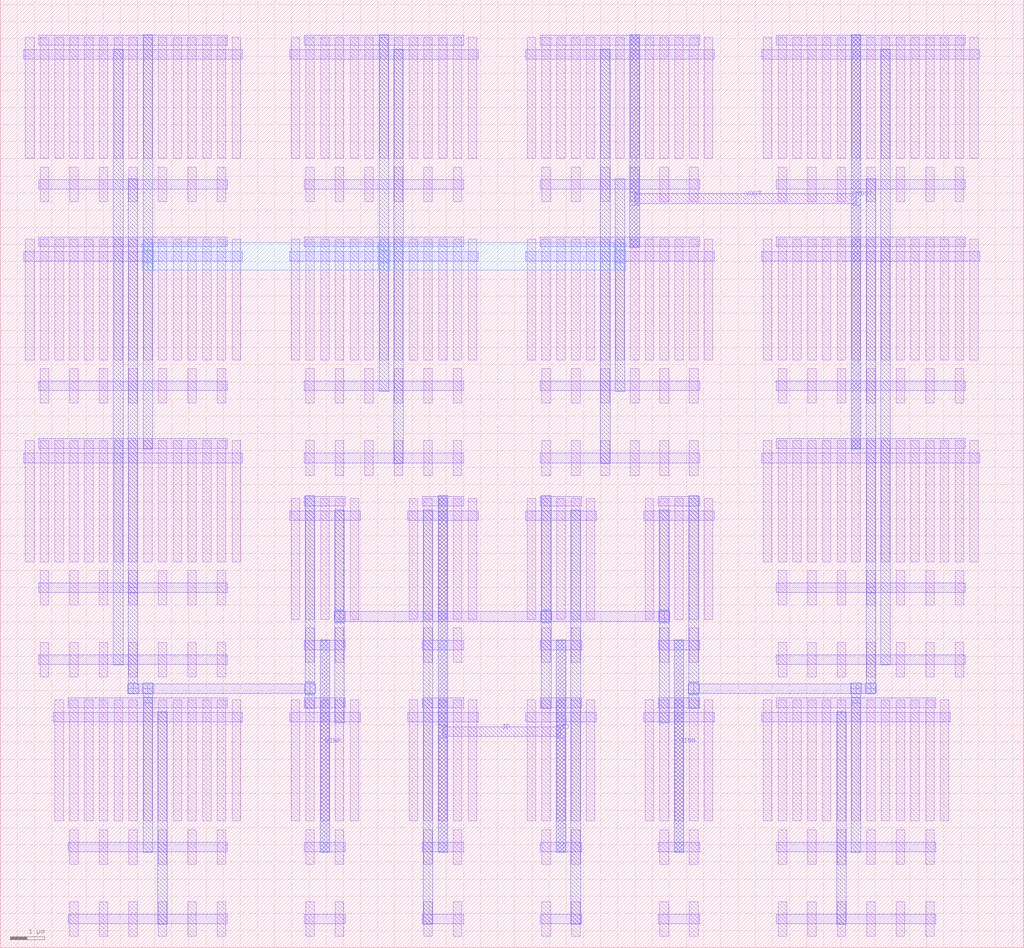
<source format=lef>
MACRO CURRENT_MIRROR_OTA
  ORIGIN 0 0 ;
  FOREIGN CURRENT_MIRROR_OTA 0 0 ;
  SIZE 29.83 BY 27.64 ;
  PIN ID
    DIRECTION INOUT ;
    USE SIGNAL ;
    PORT 
      LAYER M3 ;
        RECT 12.76 2.78 13.04 13.18 ;
      LAYER M3 ;
        RECT 16.2 2.78 16.48 8.98 ;
      LAYER M3 ;
        RECT 12.76 6.115 13.04 6.485 ;
      LAYER M2 ;
        RECT 12.9 6.16 16.34 6.44 ;
      LAYER M3 ;
        RECT 16.2 6.115 16.48 6.485 ;
    END
  END ID
  PIN VOUT
    DIRECTION INOUT ;
    USE SIGNAL ;
    PORT 
      LAYER M3 ;
        RECT 18.35 20.42 18.63 26.62 ;
      LAYER M3 ;
        RECT 24.8 14.54 25.08 26.62 ;
      LAYER M3 ;
        RECT 18.35 21.655 18.63 22.025 ;
      LAYER M2 ;
        RECT 18.49 21.7 24.94 21.98 ;
      LAYER M3 ;
        RECT 24.8 21.655 25.08 22.025 ;
    END
  END VOUT
  PIN VINN
    DIRECTION INOUT ;
    USE SIGNAL ;
    PORT 
      LAYER M3 ;
        RECT 19.64 2.78 19.92 8.98 ;
    END
  END VINN
  PIN VINP
    DIRECTION INOUT ;
    USE SIGNAL ;
    PORT 
      LAYER M3 ;
        RECT 9.32 2.78 9.6 8.98 ;
    END
  END VINP
  OBS 
  LAYER M3 ;
        RECT 4.16 14.54 4.44 26.62 ;
  LAYER M3 ;
        RECT 11.04 16.22 11.32 26.62 ;
  LAYER M3 ;
        RECT 17.92 16.22 18.2 22.42 ;
  LAYER M3 ;
        RECT 4.16 19.975 4.44 20.345 ;
  LAYER M4 ;
        RECT 4.3 19.76 11.18 20.56 ;
  LAYER M3 ;
        RECT 11.04 19.975 11.32 20.345 ;
  LAYER M4 ;
        RECT 11.18 19.76 18.06 20.56 ;
  LAYER M3 ;
        RECT 17.92 19.975 18.2 20.345 ;
  LAYER M3 ;
        RECT 4.16 19.975 4.44 20.345 ;
  LAYER M4 ;
        RECT 4.135 19.76 4.465 20.56 ;
  LAYER M3 ;
        RECT 11.04 19.975 11.32 20.345 ;
  LAYER M4 ;
        RECT 11.015 19.76 11.345 20.56 ;
  LAYER M3 ;
        RECT 4.16 19.975 4.44 20.345 ;
  LAYER M4 ;
        RECT 4.135 19.76 4.465 20.56 ;
  LAYER M3 ;
        RECT 11.04 19.975 11.32 20.345 ;
  LAYER M4 ;
        RECT 11.015 19.76 11.345 20.56 ;
  LAYER M3 ;
        RECT 4.16 19.975 4.44 20.345 ;
  LAYER M4 ;
        RECT 4.135 19.76 4.465 20.56 ;
  LAYER M3 ;
        RECT 11.04 19.975 11.32 20.345 ;
  LAYER M4 ;
        RECT 11.015 19.76 11.345 20.56 ;
  LAYER M3 ;
        RECT 17.92 19.975 18.2 20.345 ;
  LAYER M4 ;
        RECT 17.895 19.76 18.225 20.56 ;
  LAYER M3 ;
        RECT 4.16 19.975 4.44 20.345 ;
  LAYER M4 ;
        RECT 4.135 19.76 4.465 20.56 ;
  LAYER M3 ;
        RECT 11.04 19.975 11.32 20.345 ;
  LAYER M4 ;
        RECT 11.015 19.76 11.345 20.56 ;
  LAYER M3 ;
        RECT 17.92 19.975 18.2 20.345 ;
  LAYER M4 ;
        RECT 17.895 19.76 18.225 20.56 ;
  LAYER M3 ;
        RECT 24.8 2.78 25.08 7.3 ;
  LAYER M3 ;
        RECT 20.07 6.98 20.35 13.18 ;
  LAYER M3 ;
        RECT 25.23 10.34 25.51 22.42 ;
  LAYER M3 ;
        RECT 24.8 7.14 25.08 7.56 ;
  LAYER M2 ;
        RECT 20.21 7.42 24.94 7.7 ;
  LAYER M3 ;
        RECT 20.07 7.375 20.35 7.745 ;
  LAYER M2 ;
        RECT 24.94 7.42 25.37 7.7 ;
  LAYER M3 ;
        RECT 25.23 7.56 25.51 10.5 ;
  LAYER M2 ;
        RECT 20.05 7.42 20.37 7.7 ;
  LAYER M3 ;
        RECT 20.07 7.4 20.35 7.72 ;
  LAYER M2 ;
        RECT 24.78 7.42 25.1 7.7 ;
  LAYER M3 ;
        RECT 24.8 7.4 25.08 7.72 ;
  LAYER M2 ;
        RECT 20.05 7.42 20.37 7.7 ;
  LAYER M3 ;
        RECT 20.07 7.4 20.35 7.72 ;
  LAYER M2 ;
        RECT 24.78 7.42 25.1 7.7 ;
  LAYER M3 ;
        RECT 24.8 7.4 25.08 7.72 ;
  LAYER M2 ;
        RECT 20.05 7.42 20.37 7.7 ;
  LAYER M3 ;
        RECT 20.07 7.4 20.35 7.72 ;
  LAYER M2 ;
        RECT 24.78 7.42 25.1 7.7 ;
  LAYER M3 ;
        RECT 24.8 7.4 25.08 7.72 ;
  LAYER M2 ;
        RECT 25.21 7.42 25.53 7.7 ;
  LAYER M3 ;
        RECT 25.23 7.4 25.51 7.72 ;
  LAYER M2 ;
        RECT 20.05 7.42 20.37 7.7 ;
  LAYER M3 ;
        RECT 20.07 7.4 20.35 7.72 ;
  LAYER M2 ;
        RECT 24.78 7.42 25.1 7.7 ;
  LAYER M3 ;
        RECT 24.8 7.4 25.08 7.72 ;
  LAYER M2 ;
        RECT 25.21 7.42 25.53 7.7 ;
  LAYER M3 ;
        RECT 25.23 7.4 25.51 7.72 ;
  LAYER M3 ;
        RECT 4.16 2.78 4.44 7.3 ;
  LAYER M3 ;
        RECT 8.89 6.98 9.17 13.18 ;
  LAYER M3 ;
        RECT 3.73 10.34 4.01 22.42 ;
  LAYER M3 ;
        RECT 4.16 7.14 4.44 7.56 ;
  LAYER M2 ;
        RECT 4.3 7.42 9.03 7.7 ;
  LAYER M3 ;
        RECT 8.89 7.375 9.17 7.745 ;
  LAYER M2 ;
        RECT 3.87 7.42 4.3 7.7 ;
  LAYER M3 ;
        RECT 3.73 7.56 4.01 10.5 ;
  LAYER M2 ;
        RECT 4.14 7.42 4.46 7.7 ;
  LAYER M3 ;
        RECT 4.16 7.4 4.44 7.72 ;
  LAYER M2 ;
        RECT 8.87 7.42 9.19 7.7 ;
  LAYER M3 ;
        RECT 8.89 7.4 9.17 7.72 ;
  LAYER M2 ;
        RECT 4.14 7.42 4.46 7.7 ;
  LAYER M3 ;
        RECT 4.16 7.4 4.44 7.72 ;
  LAYER M2 ;
        RECT 8.87 7.42 9.19 7.7 ;
  LAYER M3 ;
        RECT 8.89 7.4 9.17 7.72 ;
  LAYER M2 ;
        RECT 3.71 7.42 4.03 7.7 ;
  LAYER M3 ;
        RECT 3.73 7.4 4.01 7.72 ;
  LAYER M2 ;
        RECT 4.14 7.42 4.46 7.7 ;
  LAYER M3 ;
        RECT 4.16 7.4 4.44 7.72 ;
  LAYER M2 ;
        RECT 8.87 7.42 9.19 7.7 ;
  LAYER M3 ;
        RECT 8.89 7.4 9.17 7.72 ;
  LAYER M2 ;
        RECT 3.71 7.42 4.03 7.7 ;
  LAYER M3 ;
        RECT 3.73 7.4 4.01 7.72 ;
  LAYER M2 ;
        RECT 4.14 7.42 4.46 7.7 ;
  LAYER M3 ;
        RECT 4.16 7.4 4.44 7.72 ;
  LAYER M2 ;
        RECT 8.87 7.42 9.19 7.7 ;
  LAYER M3 ;
        RECT 8.89 7.4 9.17 7.72 ;
  LAYER M3 ;
        RECT 9.75 6.56 10.03 12.76 ;
  LAYER M3 ;
        RECT 15.77 6.98 16.05 13.18 ;
  LAYER M3 ;
        RECT 19.21 6.56 19.49 12.76 ;
  LAYER M3 ;
        RECT 9.75 9.475 10.03 9.845 ;
  LAYER M2 ;
        RECT 9.89 9.52 15.91 9.8 ;
  LAYER M3 ;
        RECT 15.77 9.475 16.05 9.845 ;
  LAYER M2 ;
        RECT 15.91 9.52 19.35 9.8 ;
  LAYER M3 ;
        RECT 19.21 9.475 19.49 9.845 ;
  LAYER M2 ;
        RECT 9.73 9.52 10.05 9.8 ;
  LAYER M3 ;
        RECT 9.75 9.5 10.03 9.82 ;
  LAYER M2 ;
        RECT 15.75 9.52 16.07 9.8 ;
  LAYER M3 ;
        RECT 15.77 9.5 16.05 9.82 ;
  LAYER M2 ;
        RECT 9.73 9.52 10.05 9.8 ;
  LAYER M3 ;
        RECT 9.75 9.5 10.03 9.82 ;
  LAYER M2 ;
        RECT 15.75 9.52 16.07 9.8 ;
  LAYER M3 ;
        RECT 15.77 9.5 16.05 9.82 ;
  LAYER M2 ;
        RECT 9.73 9.52 10.05 9.8 ;
  LAYER M3 ;
        RECT 9.75 9.5 10.03 9.82 ;
  LAYER M2 ;
        RECT 15.75 9.52 16.07 9.8 ;
  LAYER M3 ;
        RECT 15.77 9.5 16.05 9.82 ;
  LAYER M2 ;
        RECT 19.19 9.52 19.51 9.8 ;
  LAYER M3 ;
        RECT 19.21 9.5 19.49 9.82 ;
  LAYER M2 ;
        RECT 9.73 9.52 10.05 9.8 ;
  LAYER M3 ;
        RECT 9.75 9.5 10.03 9.82 ;
  LAYER M2 ;
        RECT 15.75 9.52 16.07 9.8 ;
  LAYER M3 ;
        RECT 15.77 9.5 16.05 9.82 ;
  LAYER M2 ;
        RECT 19.19 9.52 19.51 9.8 ;
  LAYER M3 ;
        RECT 19.21 9.5 19.49 9.82 ;
  LAYER M1 ;
        RECT 13.205 9.575 13.455 13.105 ;
  LAYER M1 ;
        RECT 13.205 8.315 13.455 9.325 ;
  LAYER M1 ;
        RECT 13.205 3.695 13.455 7.225 ;
  LAYER M1 ;
        RECT 13.205 2.435 13.455 3.445 ;
  LAYER M1 ;
        RECT 13.205 0.335 13.455 1.345 ;
  LAYER M1 ;
        RECT 13.635 9.575 13.885 13.105 ;
  LAYER M1 ;
        RECT 13.635 3.695 13.885 7.225 ;
  LAYER M1 ;
        RECT 12.775 9.575 13.025 13.105 ;
  LAYER M1 ;
        RECT 12.775 3.695 13.025 7.225 ;
  LAYER M1 ;
        RECT 12.345 9.575 12.595 13.105 ;
  LAYER M1 ;
        RECT 12.345 8.315 12.595 9.325 ;
  LAYER M1 ;
        RECT 12.345 3.695 12.595 7.225 ;
  LAYER M1 ;
        RECT 12.345 2.435 12.595 3.445 ;
  LAYER M1 ;
        RECT 12.345 0.335 12.595 1.345 ;
  LAYER M1 ;
        RECT 11.915 9.575 12.165 13.105 ;
  LAYER M1 ;
        RECT 11.915 3.695 12.165 7.225 ;
  LAYER M2 ;
        RECT 12.3 8.68 13.5 8.96 ;
  LAYER M2 ;
        RECT 12.3 12.88 13.5 13.16 ;
  LAYER M2 ;
        RECT 11.87 12.46 13.93 12.74 ;
  LAYER M2 ;
        RECT 12.3 2.8 13.5 3.08 ;
  LAYER M2 ;
        RECT 12.3 7 13.5 7.28 ;
  LAYER M2 ;
        RECT 11.87 6.58 13.93 6.86 ;
  LAYER M2 ;
        RECT 12.3 0.7 13.5 0.98 ;
  LAYER M3 ;
        RECT 12.76 2.78 13.04 13.18 ;
  LAYER M3 ;
        RECT 12.33 0.68 12.61 12.76 ;
  LAYER M1 ;
        RECT 8.905 23.015 9.155 26.545 ;
  LAYER M1 ;
        RECT 8.905 21.755 9.155 22.765 ;
  LAYER M1 ;
        RECT 8.905 17.135 9.155 20.665 ;
  LAYER M1 ;
        RECT 8.905 15.875 9.155 16.885 ;
  LAYER M1 ;
        RECT 8.905 13.775 9.155 14.785 ;
  LAYER M1 ;
        RECT 8.475 23.015 8.725 26.545 ;
  LAYER M1 ;
        RECT 8.475 17.135 8.725 20.665 ;
  LAYER M1 ;
        RECT 9.335 23.015 9.585 26.545 ;
  LAYER M1 ;
        RECT 9.335 17.135 9.585 20.665 ;
  LAYER M1 ;
        RECT 9.765 23.015 10.015 26.545 ;
  LAYER M1 ;
        RECT 9.765 21.755 10.015 22.765 ;
  LAYER M1 ;
        RECT 9.765 17.135 10.015 20.665 ;
  LAYER M1 ;
        RECT 9.765 15.875 10.015 16.885 ;
  LAYER M1 ;
        RECT 9.765 13.775 10.015 14.785 ;
  LAYER M1 ;
        RECT 10.195 23.015 10.445 26.545 ;
  LAYER M1 ;
        RECT 10.195 17.135 10.445 20.665 ;
  LAYER M1 ;
        RECT 10.625 23.015 10.875 26.545 ;
  LAYER M1 ;
        RECT 10.625 21.755 10.875 22.765 ;
  LAYER M1 ;
        RECT 10.625 17.135 10.875 20.665 ;
  LAYER M1 ;
        RECT 10.625 15.875 10.875 16.885 ;
  LAYER M1 ;
        RECT 10.625 13.775 10.875 14.785 ;
  LAYER M1 ;
        RECT 11.055 23.015 11.305 26.545 ;
  LAYER M1 ;
        RECT 11.055 17.135 11.305 20.665 ;
  LAYER M1 ;
        RECT 11.485 23.015 11.735 26.545 ;
  LAYER M1 ;
        RECT 11.485 21.755 11.735 22.765 ;
  LAYER M1 ;
        RECT 11.485 17.135 11.735 20.665 ;
  LAYER M1 ;
        RECT 11.485 15.875 11.735 16.885 ;
  LAYER M1 ;
        RECT 11.485 13.775 11.735 14.785 ;
  LAYER M1 ;
        RECT 11.915 23.015 12.165 26.545 ;
  LAYER M1 ;
        RECT 11.915 17.135 12.165 20.665 ;
  LAYER M1 ;
        RECT 12.345 23.015 12.595 26.545 ;
  LAYER M1 ;
        RECT 12.345 21.755 12.595 22.765 ;
  LAYER M1 ;
        RECT 12.345 17.135 12.595 20.665 ;
  LAYER M1 ;
        RECT 12.345 15.875 12.595 16.885 ;
  LAYER M1 ;
        RECT 12.345 13.775 12.595 14.785 ;
  LAYER M1 ;
        RECT 12.775 23.015 13.025 26.545 ;
  LAYER M1 ;
        RECT 12.775 17.135 13.025 20.665 ;
  LAYER M1 ;
        RECT 13.205 23.015 13.455 26.545 ;
  LAYER M1 ;
        RECT 13.205 21.755 13.455 22.765 ;
  LAYER M1 ;
        RECT 13.205 17.135 13.455 20.665 ;
  LAYER M1 ;
        RECT 13.205 15.875 13.455 16.885 ;
  LAYER M1 ;
        RECT 13.205 13.775 13.455 14.785 ;
  LAYER M1 ;
        RECT 13.635 23.015 13.885 26.545 ;
  LAYER M1 ;
        RECT 13.635 17.135 13.885 20.665 ;
  LAYER M2 ;
        RECT 8.86 22.12 13.5 22.4 ;
  LAYER M2 ;
        RECT 8.86 26.32 13.5 26.6 ;
  LAYER M2 ;
        RECT 8.43 25.9 13.93 26.18 ;
  LAYER M2 ;
        RECT 8.86 16.24 13.5 16.52 ;
  LAYER M2 ;
        RECT 8.86 20.44 13.5 20.72 ;
  LAYER M2 ;
        RECT 8.43 20.02 13.93 20.3 ;
  LAYER M2 ;
        RECT 8.86 14.14 13.5 14.42 ;
  LAYER M3 ;
        RECT 11.04 16.22 11.32 26.62 ;
  LAYER M3 ;
        RECT 11.47 14.12 11.75 26.2 ;
  LAYER M1 ;
        RECT 26.965 3.695 27.215 7.225 ;
  LAYER M1 ;
        RECT 26.965 2.435 27.215 3.445 ;
  LAYER M1 ;
        RECT 26.965 0.335 27.215 1.345 ;
  LAYER M1 ;
        RECT 27.395 3.695 27.645 7.225 ;
  LAYER M1 ;
        RECT 26.535 3.695 26.785 7.225 ;
  LAYER M1 ;
        RECT 26.105 3.695 26.355 7.225 ;
  LAYER M1 ;
        RECT 26.105 2.435 26.355 3.445 ;
  LAYER M1 ;
        RECT 26.105 0.335 26.355 1.345 ;
  LAYER M1 ;
        RECT 25.675 3.695 25.925 7.225 ;
  LAYER M1 ;
        RECT 25.245 3.695 25.495 7.225 ;
  LAYER M1 ;
        RECT 25.245 2.435 25.495 3.445 ;
  LAYER M1 ;
        RECT 25.245 0.335 25.495 1.345 ;
  LAYER M1 ;
        RECT 24.815 3.695 25.065 7.225 ;
  LAYER M1 ;
        RECT 24.385 3.695 24.635 7.225 ;
  LAYER M1 ;
        RECT 24.385 2.435 24.635 3.445 ;
  LAYER M1 ;
        RECT 24.385 0.335 24.635 1.345 ;
  LAYER M1 ;
        RECT 23.955 3.695 24.205 7.225 ;
  LAYER M1 ;
        RECT 23.525 3.695 23.775 7.225 ;
  LAYER M1 ;
        RECT 23.525 2.435 23.775 3.445 ;
  LAYER M1 ;
        RECT 23.525 0.335 23.775 1.345 ;
  LAYER M1 ;
        RECT 23.095 3.695 23.345 7.225 ;
  LAYER M1 ;
        RECT 22.665 3.695 22.915 7.225 ;
  LAYER M1 ;
        RECT 22.665 2.435 22.915 3.445 ;
  LAYER M1 ;
        RECT 22.665 0.335 22.915 1.345 ;
  LAYER M1 ;
        RECT 22.235 3.695 22.485 7.225 ;
  LAYER M2 ;
        RECT 22.62 2.8 27.26 3.08 ;
  LAYER M2 ;
        RECT 22.62 7 27.26 7.28 ;
  LAYER M2 ;
        RECT 22.19 6.58 27.69 6.86 ;
  LAYER M2 ;
        RECT 22.62 0.7 27.26 0.98 ;
  LAYER M3 ;
        RECT 24.8 2.78 25.08 7.3 ;
  LAYER M3 ;
        RECT 24.37 0.68 24.65 6.88 ;
  LAYER M1 ;
        RECT 2.025 3.695 2.275 7.225 ;
  LAYER M1 ;
        RECT 2.025 2.435 2.275 3.445 ;
  LAYER M1 ;
        RECT 2.025 0.335 2.275 1.345 ;
  LAYER M1 ;
        RECT 1.595 3.695 1.845 7.225 ;
  LAYER M1 ;
        RECT 2.455 3.695 2.705 7.225 ;
  LAYER M1 ;
        RECT 2.885 3.695 3.135 7.225 ;
  LAYER M1 ;
        RECT 2.885 2.435 3.135 3.445 ;
  LAYER M1 ;
        RECT 2.885 0.335 3.135 1.345 ;
  LAYER M1 ;
        RECT 3.315 3.695 3.565 7.225 ;
  LAYER M1 ;
        RECT 3.745 3.695 3.995 7.225 ;
  LAYER M1 ;
        RECT 3.745 2.435 3.995 3.445 ;
  LAYER M1 ;
        RECT 3.745 0.335 3.995 1.345 ;
  LAYER M1 ;
        RECT 4.175 3.695 4.425 7.225 ;
  LAYER M1 ;
        RECT 4.605 3.695 4.855 7.225 ;
  LAYER M1 ;
        RECT 4.605 2.435 4.855 3.445 ;
  LAYER M1 ;
        RECT 4.605 0.335 4.855 1.345 ;
  LAYER M1 ;
        RECT 5.035 3.695 5.285 7.225 ;
  LAYER M1 ;
        RECT 5.465 3.695 5.715 7.225 ;
  LAYER M1 ;
        RECT 5.465 2.435 5.715 3.445 ;
  LAYER M1 ;
        RECT 5.465 0.335 5.715 1.345 ;
  LAYER M1 ;
        RECT 5.895 3.695 6.145 7.225 ;
  LAYER M1 ;
        RECT 6.325 3.695 6.575 7.225 ;
  LAYER M1 ;
        RECT 6.325 2.435 6.575 3.445 ;
  LAYER M1 ;
        RECT 6.325 0.335 6.575 1.345 ;
  LAYER M1 ;
        RECT 6.755 3.695 7.005 7.225 ;
  LAYER M2 ;
        RECT 1.98 2.8 6.62 3.08 ;
  LAYER M2 ;
        RECT 1.98 7 6.62 7.28 ;
  LAYER M2 ;
        RECT 1.55 6.58 7.05 6.86 ;
  LAYER M2 ;
        RECT 1.98 0.7 6.62 0.98 ;
  LAYER M3 ;
        RECT 4.16 2.78 4.44 7.3 ;
  LAYER M3 ;
        RECT 4.59 0.68 4.87 6.88 ;
  LAYER M1 ;
        RECT 20.085 23.015 20.335 26.545 ;
  LAYER M1 ;
        RECT 20.085 21.755 20.335 22.765 ;
  LAYER M1 ;
        RECT 20.085 17.135 20.335 20.665 ;
  LAYER M1 ;
        RECT 20.085 15.875 20.335 16.885 ;
  LAYER M1 ;
        RECT 20.085 13.775 20.335 14.785 ;
  LAYER M1 ;
        RECT 20.515 23.015 20.765 26.545 ;
  LAYER M1 ;
        RECT 20.515 17.135 20.765 20.665 ;
  LAYER M1 ;
        RECT 19.655 23.015 19.905 26.545 ;
  LAYER M1 ;
        RECT 19.655 17.135 19.905 20.665 ;
  LAYER M1 ;
        RECT 19.225 23.015 19.475 26.545 ;
  LAYER M1 ;
        RECT 19.225 21.755 19.475 22.765 ;
  LAYER M1 ;
        RECT 19.225 17.135 19.475 20.665 ;
  LAYER M1 ;
        RECT 19.225 15.875 19.475 16.885 ;
  LAYER M1 ;
        RECT 19.225 13.775 19.475 14.785 ;
  LAYER M1 ;
        RECT 18.795 23.015 19.045 26.545 ;
  LAYER M1 ;
        RECT 18.795 17.135 19.045 20.665 ;
  LAYER M1 ;
        RECT 18.365 23.015 18.615 26.545 ;
  LAYER M1 ;
        RECT 18.365 21.755 18.615 22.765 ;
  LAYER M1 ;
        RECT 18.365 17.135 18.615 20.665 ;
  LAYER M1 ;
        RECT 18.365 15.875 18.615 16.885 ;
  LAYER M1 ;
        RECT 18.365 13.775 18.615 14.785 ;
  LAYER M1 ;
        RECT 17.935 23.015 18.185 26.545 ;
  LAYER M1 ;
        RECT 17.935 17.135 18.185 20.665 ;
  LAYER M1 ;
        RECT 17.505 23.015 17.755 26.545 ;
  LAYER M1 ;
        RECT 17.505 21.755 17.755 22.765 ;
  LAYER M1 ;
        RECT 17.505 17.135 17.755 20.665 ;
  LAYER M1 ;
        RECT 17.505 15.875 17.755 16.885 ;
  LAYER M1 ;
        RECT 17.505 13.775 17.755 14.785 ;
  LAYER M1 ;
        RECT 17.075 23.015 17.325 26.545 ;
  LAYER M1 ;
        RECT 17.075 17.135 17.325 20.665 ;
  LAYER M1 ;
        RECT 16.645 23.015 16.895 26.545 ;
  LAYER M1 ;
        RECT 16.645 21.755 16.895 22.765 ;
  LAYER M1 ;
        RECT 16.645 17.135 16.895 20.665 ;
  LAYER M1 ;
        RECT 16.645 15.875 16.895 16.885 ;
  LAYER M1 ;
        RECT 16.645 13.775 16.895 14.785 ;
  LAYER M1 ;
        RECT 16.215 23.015 16.465 26.545 ;
  LAYER M1 ;
        RECT 16.215 17.135 16.465 20.665 ;
  LAYER M1 ;
        RECT 15.785 23.015 16.035 26.545 ;
  LAYER M1 ;
        RECT 15.785 21.755 16.035 22.765 ;
  LAYER M1 ;
        RECT 15.785 17.135 16.035 20.665 ;
  LAYER M1 ;
        RECT 15.785 15.875 16.035 16.885 ;
  LAYER M1 ;
        RECT 15.785 13.775 16.035 14.785 ;
  LAYER M1 ;
        RECT 15.355 23.015 15.605 26.545 ;
  LAYER M1 ;
        RECT 15.355 17.135 15.605 20.665 ;
  LAYER M2 ;
        RECT 15.74 26.32 20.38 26.6 ;
  LAYER M2 ;
        RECT 15.74 22.12 20.38 22.4 ;
  LAYER M2 ;
        RECT 15.31 25.9 20.81 26.18 ;
  LAYER M2 ;
        RECT 15.74 20.44 20.38 20.72 ;
  LAYER M2 ;
        RECT 15.74 16.24 20.38 16.52 ;
  LAYER M2 ;
        RECT 15.31 20.02 20.81 20.3 ;
  LAYER M2 ;
        RECT 15.74 14.14 20.38 14.42 ;
  LAYER M3 ;
        RECT 18.35 20.42 18.63 26.62 ;
  LAYER M3 ;
        RECT 17.92 16.22 18.2 22.42 ;
  LAYER M3 ;
        RECT 17.49 14.12 17.77 26.2 ;
  LAYER M1 ;
        RECT 15.785 9.575 16.035 13.105 ;
  LAYER M1 ;
        RECT 15.785 8.315 16.035 9.325 ;
  LAYER M1 ;
        RECT 15.785 3.695 16.035 7.225 ;
  LAYER M1 ;
        RECT 15.785 2.435 16.035 3.445 ;
  LAYER M1 ;
        RECT 15.785 0.335 16.035 1.345 ;
  LAYER M1 ;
        RECT 15.355 9.575 15.605 13.105 ;
  LAYER M1 ;
        RECT 15.355 3.695 15.605 7.225 ;
  LAYER M1 ;
        RECT 16.215 9.575 16.465 13.105 ;
  LAYER M1 ;
        RECT 16.215 3.695 16.465 7.225 ;
  LAYER M1 ;
        RECT 16.645 9.575 16.895 13.105 ;
  LAYER M1 ;
        RECT 16.645 8.315 16.895 9.325 ;
  LAYER M1 ;
        RECT 16.645 3.695 16.895 7.225 ;
  LAYER M1 ;
        RECT 16.645 2.435 16.895 3.445 ;
  LAYER M1 ;
        RECT 16.645 0.335 16.895 1.345 ;
  LAYER M1 ;
        RECT 17.075 9.575 17.325 13.105 ;
  LAYER M1 ;
        RECT 17.075 3.695 17.325 7.225 ;
  LAYER M2 ;
        RECT 15.74 12.88 16.94 13.16 ;
  LAYER M2 ;
        RECT 15.74 8.68 16.94 8.96 ;
  LAYER M2 ;
        RECT 15.31 12.46 17.37 12.74 ;
  LAYER M2 ;
        RECT 15.74 7 16.94 7.28 ;
  LAYER M2 ;
        RECT 15.74 2.8 16.94 3.08 ;
  LAYER M2 ;
        RECT 15.31 6.58 17.37 6.86 ;
  LAYER M2 ;
        RECT 15.74 0.7 16.94 0.98 ;
  LAYER M3 ;
        RECT 15.77 6.98 16.05 13.18 ;
  LAYER M3 ;
        RECT 16.2 2.78 16.48 8.98 ;
  LAYER M3 ;
        RECT 16.63 0.68 16.91 12.76 ;
  LAYER M1 ;
        RECT 6.325 23.015 6.575 26.545 ;
  LAYER M1 ;
        RECT 6.325 21.755 6.575 22.765 ;
  LAYER M1 ;
        RECT 6.325 17.135 6.575 20.665 ;
  LAYER M1 ;
        RECT 6.325 15.875 6.575 16.885 ;
  LAYER M1 ;
        RECT 6.325 11.255 6.575 14.785 ;
  LAYER M1 ;
        RECT 6.325 9.995 6.575 11.005 ;
  LAYER M1 ;
        RECT 6.325 7.895 6.575 8.905 ;
  LAYER M1 ;
        RECT 6.755 23.015 7.005 26.545 ;
  LAYER M1 ;
        RECT 6.755 17.135 7.005 20.665 ;
  LAYER M1 ;
        RECT 6.755 11.255 7.005 14.785 ;
  LAYER M1 ;
        RECT 5.895 23.015 6.145 26.545 ;
  LAYER M1 ;
        RECT 5.895 17.135 6.145 20.665 ;
  LAYER M1 ;
        RECT 5.895 11.255 6.145 14.785 ;
  LAYER M1 ;
        RECT 5.465 23.015 5.715 26.545 ;
  LAYER M1 ;
        RECT 5.465 21.755 5.715 22.765 ;
  LAYER M1 ;
        RECT 5.465 17.135 5.715 20.665 ;
  LAYER M1 ;
        RECT 5.465 15.875 5.715 16.885 ;
  LAYER M1 ;
        RECT 5.465 11.255 5.715 14.785 ;
  LAYER M1 ;
        RECT 5.465 9.995 5.715 11.005 ;
  LAYER M1 ;
        RECT 5.465 7.895 5.715 8.905 ;
  LAYER M1 ;
        RECT 5.035 23.015 5.285 26.545 ;
  LAYER M1 ;
        RECT 5.035 17.135 5.285 20.665 ;
  LAYER M1 ;
        RECT 5.035 11.255 5.285 14.785 ;
  LAYER M1 ;
        RECT 4.605 23.015 4.855 26.545 ;
  LAYER M1 ;
        RECT 4.605 21.755 4.855 22.765 ;
  LAYER M1 ;
        RECT 4.605 17.135 4.855 20.665 ;
  LAYER M1 ;
        RECT 4.605 15.875 4.855 16.885 ;
  LAYER M1 ;
        RECT 4.605 11.255 4.855 14.785 ;
  LAYER M1 ;
        RECT 4.605 9.995 4.855 11.005 ;
  LAYER M1 ;
        RECT 4.605 7.895 4.855 8.905 ;
  LAYER M1 ;
        RECT 4.175 23.015 4.425 26.545 ;
  LAYER M1 ;
        RECT 4.175 17.135 4.425 20.665 ;
  LAYER M1 ;
        RECT 4.175 11.255 4.425 14.785 ;
  LAYER M1 ;
        RECT 3.745 23.015 3.995 26.545 ;
  LAYER M1 ;
        RECT 3.745 21.755 3.995 22.765 ;
  LAYER M1 ;
        RECT 3.745 17.135 3.995 20.665 ;
  LAYER M1 ;
        RECT 3.745 15.875 3.995 16.885 ;
  LAYER M1 ;
        RECT 3.745 11.255 3.995 14.785 ;
  LAYER M1 ;
        RECT 3.745 9.995 3.995 11.005 ;
  LAYER M1 ;
        RECT 3.745 7.895 3.995 8.905 ;
  LAYER M1 ;
        RECT 3.315 23.015 3.565 26.545 ;
  LAYER M1 ;
        RECT 3.315 17.135 3.565 20.665 ;
  LAYER M1 ;
        RECT 3.315 11.255 3.565 14.785 ;
  LAYER M1 ;
        RECT 2.885 23.015 3.135 26.545 ;
  LAYER M1 ;
        RECT 2.885 21.755 3.135 22.765 ;
  LAYER M1 ;
        RECT 2.885 17.135 3.135 20.665 ;
  LAYER M1 ;
        RECT 2.885 15.875 3.135 16.885 ;
  LAYER M1 ;
        RECT 2.885 11.255 3.135 14.785 ;
  LAYER M1 ;
        RECT 2.885 9.995 3.135 11.005 ;
  LAYER M1 ;
        RECT 2.885 7.895 3.135 8.905 ;
  LAYER M1 ;
        RECT 2.455 23.015 2.705 26.545 ;
  LAYER M1 ;
        RECT 2.455 17.135 2.705 20.665 ;
  LAYER M1 ;
        RECT 2.455 11.255 2.705 14.785 ;
  LAYER M1 ;
        RECT 2.025 23.015 2.275 26.545 ;
  LAYER M1 ;
        RECT 2.025 21.755 2.275 22.765 ;
  LAYER M1 ;
        RECT 2.025 17.135 2.275 20.665 ;
  LAYER M1 ;
        RECT 2.025 15.875 2.275 16.885 ;
  LAYER M1 ;
        RECT 2.025 11.255 2.275 14.785 ;
  LAYER M1 ;
        RECT 2.025 9.995 2.275 11.005 ;
  LAYER M1 ;
        RECT 2.025 7.895 2.275 8.905 ;
  LAYER M1 ;
        RECT 1.595 23.015 1.845 26.545 ;
  LAYER M1 ;
        RECT 1.595 17.135 1.845 20.665 ;
  LAYER M1 ;
        RECT 1.595 11.255 1.845 14.785 ;
  LAYER M1 ;
        RECT 1.165 23.015 1.415 26.545 ;
  LAYER M1 ;
        RECT 1.165 21.755 1.415 22.765 ;
  LAYER M1 ;
        RECT 1.165 17.135 1.415 20.665 ;
  LAYER M1 ;
        RECT 1.165 15.875 1.415 16.885 ;
  LAYER M1 ;
        RECT 1.165 11.255 1.415 14.785 ;
  LAYER M1 ;
        RECT 1.165 9.995 1.415 11.005 ;
  LAYER M1 ;
        RECT 1.165 7.895 1.415 8.905 ;
  LAYER M1 ;
        RECT 0.735 23.015 0.985 26.545 ;
  LAYER M1 ;
        RECT 0.735 17.135 0.985 20.665 ;
  LAYER M1 ;
        RECT 0.735 11.255 0.985 14.785 ;
  LAYER M2 ;
        RECT 1.12 26.32 6.62 26.6 ;
  LAYER M2 ;
        RECT 1.12 22.12 6.62 22.4 ;
  LAYER M2 ;
        RECT 0.69 25.9 7.05 26.18 ;
  LAYER M2 ;
        RECT 1.12 20.44 6.62 20.72 ;
  LAYER M2 ;
        RECT 1.12 16.24 6.62 16.52 ;
  LAYER M2 ;
        RECT 0.69 20.02 7.05 20.3 ;
  LAYER M2 ;
        RECT 1.12 14.56 6.62 14.84 ;
  LAYER M2 ;
        RECT 1.12 10.36 6.62 10.64 ;
  LAYER M2 ;
        RECT 0.69 14.14 7.05 14.42 ;
  LAYER M2 ;
        RECT 1.12 8.26 6.62 8.54 ;
  LAYER M3 ;
        RECT 4.16 14.54 4.44 26.62 ;
  LAYER M3 ;
        RECT 3.73 10.34 4.01 22.42 ;
  LAYER M3 ;
        RECT 3.3 8.24 3.58 26.2 ;
  LAYER M1 ;
        RECT 22.665 23.015 22.915 26.545 ;
  LAYER M1 ;
        RECT 22.665 21.755 22.915 22.765 ;
  LAYER M1 ;
        RECT 22.665 17.135 22.915 20.665 ;
  LAYER M1 ;
        RECT 22.665 15.875 22.915 16.885 ;
  LAYER M1 ;
        RECT 22.665 11.255 22.915 14.785 ;
  LAYER M1 ;
        RECT 22.665 9.995 22.915 11.005 ;
  LAYER M1 ;
        RECT 22.665 7.895 22.915 8.905 ;
  LAYER M1 ;
        RECT 22.235 23.015 22.485 26.545 ;
  LAYER M1 ;
        RECT 22.235 17.135 22.485 20.665 ;
  LAYER M1 ;
        RECT 22.235 11.255 22.485 14.785 ;
  LAYER M1 ;
        RECT 23.095 23.015 23.345 26.545 ;
  LAYER M1 ;
        RECT 23.095 17.135 23.345 20.665 ;
  LAYER M1 ;
        RECT 23.095 11.255 23.345 14.785 ;
  LAYER M1 ;
        RECT 23.525 23.015 23.775 26.545 ;
  LAYER M1 ;
        RECT 23.525 21.755 23.775 22.765 ;
  LAYER M1 ;
        RECT 23.525 17.135 23.775 20.665 ;
  LAYER M1 ;
        RECT 23.525 15.875 23.775 16.885 ;
  LAYER M1 ;
        RECT 23.525 11.255 23.775 14.785 ;
  LAYER M1 ;
        RECT 23.525 9.995 23.775 11.005 ;
  LAYER M1 ;
        RECT 23.525 7.895 23.775 8.905 ;
  LAYER M1 ;
        RECT 23.955 23.015 24.205 26.545 ;
  LAYER M1 ;
        RECT 23.955 17.135 24.205 20.665 ;
  LAYER M1 ;
        RECT 23.955 11.255 24.205 14.785 ;
  LAYER M1 ;
        RECT 24.385 23.015 24.635 26.545 ;
  LAYER M1 ;
        RECT 24.385 21.755 24.635 22.765 ;
  LAYER M1 ;
        RECT 24.385 17.135 24.635 20.665 ;
  LAYER M1 ;
        RECT 24.385 15.875 24.635 16.885 ;
  LAYER M1 ;
        RECT 24.385 11.255 24.635 14.785 ;
  LAYER M1 ;
        RECT 24.385 9.995 24.635 11.005 ;
  LAYER M1 ;
        RECT 24.385 7.895 24.635 8.905 ;
  LAYER M1 ;
        RECT 24.815 23.015 25.065 26.545 ;
  LAYER M1 ;
        RECT 24.815 17.135 25.065 20.665 ;
  LAYER M1 ;
        RECT 24.815 11.255 25.065 14.785 ;
  LAYER M1 ;
        RECT 25.245 23.015 25.495 26.545 ;
  LAYER M1 ;
        RECT 25.245 21.755 25.495 22.765 ;
  LAYER M1 ;
        RECT 25.245 17.135 25.495 20.665 ;
  LAYER M1 ;
        RECT 25.245 15.875 25.495 16.885 ;
  LAYER M1 ;
        RECT 25.245 11.255 25.495 14.785 ;
  LAYER M1 ;
        RECT 25.245 9.995 25.495 11.005 ;
  LAYER M1 ;
        RECT 25.245 7.895 25.495 8.905 ;
  LAYER M1 ;
        RECT 25.675 23.015 25.925 26.545 ;
  LAYER M1 ;
        RECT 25.675 17.135 25.925 20.665 ;
  LAYER M1 ;
        RECT 25.675 11.255 25.925 14.785 ;
  LAYER M1 ;
        RECT 26.105 23.015 26.355 26.545 ;
  LAYER M1 ;
        RECT 26.105 21.755 26.355 22.765 ;
  LAYER M1 ;
        RECT 26.105 17.135 26.355 20.665 ;
  LAYER M1 ;
        RECT 26.105 15.875 26.355 16.885 ;
  LAYER M1 ;
        RECT 26.105 11.255 26.355 14.785 ;
  LAYER M1 ;
        RECT 26.105 9.995 26.355 11.005 ;
  LAYER M1 ;
        RECT 26.105 7.895 26.355 8.905 ;
  LAYER M1 ;
        RECT 26.535 23.015 26.785 26.545 ;
  LAYER M1 ;
        RECT 26.535 17.135 26.785 20.665 ;
  LAYER M1 ;
        RECT 26.535 11.255 26.785 14.785 ;
  LAYER M1 ;
        RECT 26.965 23.015 27.215 26.545 ;
  LAYER M1 ;
        RECT 26.965 21.755 27.215 22.765 ;
  LAYER M1 ;
        RECT 26.965 17.135 27.215 20.665 ;
  LAYER M1 ;
        RECT 26.965 15.875 27.215 16.885 ;
  LAYER M1 ;
        RECT 26.965 11.255 27.215 14.785 ;
  LAYER M1 ;
        RECT 26.965 9.995 27.215 11.005 ;
  LAYER M1 ;
        RECT 26.965 7.895 27.215 8.905 ;
  LAYER M1 ;
        RECT 27.395 23.015 27.645 26.545 ;
  LAYER M1 ;
        RECT 27.395 17.135 27.645 20.665 ;
  LAYER M1 ;
        RECT 27.395 11.255 27.645 14.785 ;
  LAYER M1 ;
        RECT 27.825 23.015 28.075 26.545 ;
  LAYER M1 ;
        RECT 27.825 21.755 28.075 22.765 ;
  LAYER M1 ;
        RECT 27.825 17.135 28.075 20.665 ;
  LAYER M1 ;
        RECT 27.825 15.875 28.075 16.885 ;
  LAYER M1 ;
        RECT 27.825 11.255 28.075 14.785 ;
  LAYER M1 ;
        RECT 27.825 9.995 28.075 11.005 ;
  LAYER M1 ;
        RECT 27.825 7.895 28.075 8.905 ;
  LAYER M1 ;
        RECT 28.255 23.015 28.505 26.545 ;
  LAYER M1 ;
        RECT 28.255 17.135 28.505 20.665 ;
  LAYER M1 ;
        RECT 28.255 11.255 28.505 14.785 ;
  LAYER M2 ;
        RECT 22.62 26.32 28.12 26.6 ;
  LAYER M2 ;
        RECT 22.62 22.12 28.12 22.4 ;
  LAYER M2 ;
        RECT 22.19 25.9 28.55 26.18 ;
  LAYER M2 ;
        RECT 22.62 20.44 28.12 20.72 ;
  LAYER M2 ;
        RECT 22.62 16.24 28.12 16.52 ;
  LAYER M2 ;
        RECT 22.19 20.02 28.55 20.3 ;
  LAYER M2 ;
        RECT 22.62 14.56 28.12 14.84 ;
  LAYER M2 ;
        RECT 22.62 10.36 28.12 10.64 ;
  LAYER M2 ;
        RECT 22.19 14.14 28.55 14.42 ;
  LAYER M2 ;
        RECT 22.62 8.26 28.12 8.54 ;
  LAYER M3 ;
        RECT 24.8 14.54 25.08 26.62 ;
  LAYER M3 ;
        RECT 25.23 10.34 25.51 22.42 ;
  LAYER M3 ;
        RECT 25.66 8.24 25.94 26.2 ;
  LAYER M1 ;
        RECT 20.085 9.575 20.335 13.105 ;
  LAYER M1 ;
        RECT 20.085 8.315 20.335 9.325 ;
  LAYER M1 ;
        RECT 20.085 3.695 20.335 7.225 ;
  LAYER M1 ;
        RECT 20.085 2.435 20.335 3.445 ;
  LAYER M1 ;
        RECT 20.085 0.335 20.335 1.345 ;
  LAYER M1 ;
        RECT 20.515 9.575 20.765 13.105 ;
  LAYER M1 ;
        RECT 20.515 3.695 20.765 7.225 ;
  LAYER M1 ;
        RECT 19.655 9.575 19.905 13.105 ;
  LAYER M1 ;
        RECT 19.655 3.695 19.905 7.225 ;
  LAYER M1 ;
        RECT 19.225 9.575 19.475 13.105 ;
  LAYER M1 ;
        RECT 19.225 8.315 19.475 9.325 ;
  LAYER M1 ;
        RECT 19.225 3.695 19.475 7.225 ;
  LAYER M1 ;
        RECT 19.225 2.435 19.475 3.445 ;
  LAYER M1 ;
        RECT 19.225 0.335 19.475 1.345 ;
  LAYER M1 ;
        RECT 18.795 9.575 19.045 13.105 ;
  LAYER M1 ;
        RECT 18.795 3.695 19.045 7.225 ;
  LAYER M2 ;
        RECT 19.18 12.88 20.38 13.16 ;
  LAYER M2 ;
        RECT 19.18 8.68 20.38 8.96 ;
  LAYER M2 ;
        RECT 18.75 12.46 20.81 12.74 ;
  LAYER M2 ;
        RECT 19.18 7 20.38 7.28 ;
  LAYER M2 ;
        RECT 19.18 2.8 20.38 3.08 ;
  LAYER M2 ;
        RECT 18.75 6.58 20.81 6.86 ;
  LAYER M2 ;
        RECT 19.18 0.7 20.38 0.98 ;
  LAYER M3 ;
        RECT 20.07 6.98 20.35 13.18 ;
  LAYER M3 ;
        RECT 19.64 2.78 19.92 8.98 ;
  LAYER M3 ;
        RECT 19.21 6.56 19.49 12.76 ;
  LAYER M1 ;
        RECT 8.905 9.575 9.155 13.105 ;
  LAYER M1 ;
        RECT 8.905 8.315 9.155 9.325 ;
  LAYER M1 ;
        RECT 8.905 3.695 9.155 7.225 ;
  LAYER M1 ;
        RECT 8.905 2.435 9.155 3.445 ;
  LAYER M1 ;
        RECT 8.905 0.335 9.155 1.345 ;
  LAYER M1 ;
        RECT 8.475 9.575 8.725 13.105 ;
  LAYER M1 ;
        RECT 8.475 3.695 8.725 7.225 ;
  LAYER M1 ;
        RECT 9.335 9.575 9.585 13.105 ;
  LAYER M1 ;
        RECT 9.335 3.695 9.585 7.225 ;
  LAYER M1 ;
        RECT 9.765 9.575 10.015 13.105 ;
  LAYER M1 ;
        RECT 9.765 8.315 10.015 9.325 ;
  LAYER M1 ;
        RECT 9.765 3.695 10.015 7.225 ;
  LAYER M1 ;
        RECT 9.765 2.435 10.015 3.445 ;
  LAYER M1 ;
        RECT 9.765 0.335 10.015 1.345 ;
  LAYER M1 ;
        RECT 10.195 9.575 10.445 13.105 ;
  LAYER M1 ;
        RECT 10.195 3.695 10.445 7.225 ;
  LAYER M2 ;
        RECT 8.86 12.88 10.06 13.16 ;
  LAYER M2 ;
        RECT 8.86 8.68 10.06 8.96 ;
  LAYER M2 ;
        RECT 8.43 12.46 10.49 12.74 ;
  LAYER M2 ;
        RECT 8.86 7 10.06 7.28 ;
  LAYER M2 ;
        RECT 8.86 2.8 10.06 3.08 ;
  LAYER M2 ;
        RECT 8.43 6.58 10.49 6.86 ;
  LAYER M2 ;
        RECT 8.86 0.7 10.06 0.98 ;
  LAYER M3 ;
        RECT 8.89 6.98 9.17 13.18 ;
  LAYER M3 ;
        RECT 9.32 2.78 9.6 8.98 ;
  LAYER M3 ;
        RECT 9.75 6.56 10.03 12.76 ;
  END 
END CURRENT_MIRROR_OTA

</source>
